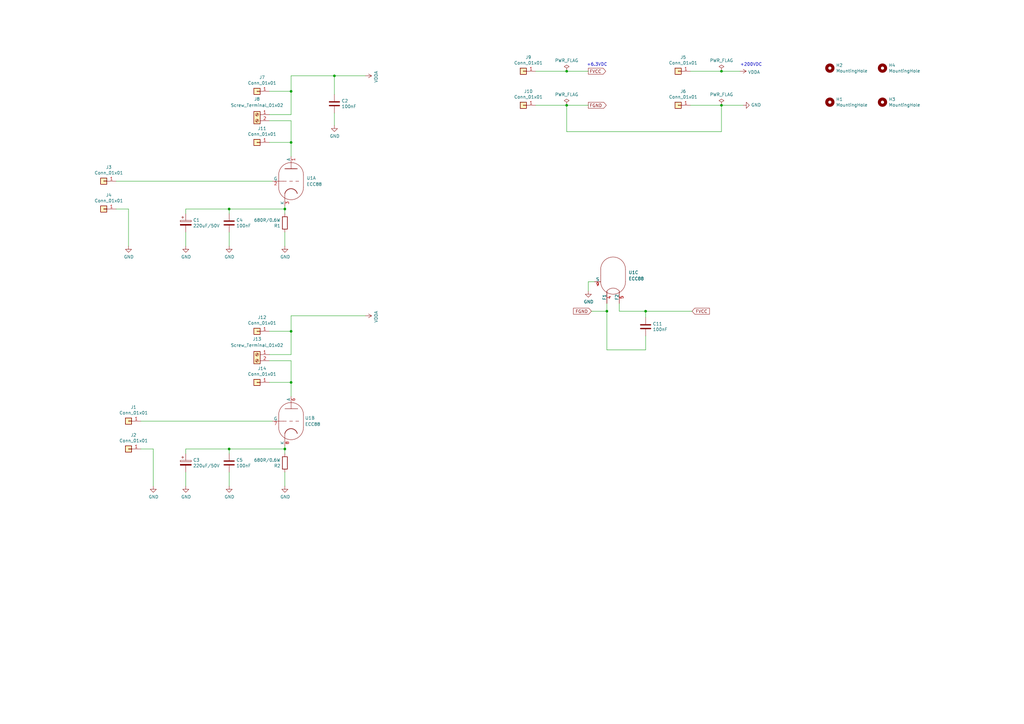
<source format=kicad_sch>
(kicad_sch (version 20211123) (generator eeschema)
  (paper "A3")
  (title_block (title "Test Setup ECC88/E88CC") (date "2022-10-02") (rev "V1"))
  (lib_symbols
    (symbol "Connector:Screw_Terminal_01x02" (pin_names (offset 1.016) hide)
      (property "Reference" "J" (at 0 2.54 0))
      (property "Value" "Screw_Terminal_01x02" (at 0 -5.08 0))
      (symbol "Screw_Terminal_01x02_1_1"
        (rectangle (start -1.27 1.27) (end 1.27 -3.81) (stroke (width 0.254)) (fill (type background)))
        (circle (center 0 -2.54) (radius 0.635) (stroke (width 0.1524)))
        (polyline (pts (xy -0.5334 -2.2098) (xy 0.3302 -3.048)) (stroke (width 0.1524)))
        (polyline (pts (xy -0.5334 0.3302) (xy 0.3302 -0.508)) (stroke (width 0.1524)))
        (polyline (pts (xy -0.3556 -2.032) (xy 0.508 -2.8702)) (stroke (width 0.1524)))
        (polyline (pts (xy -0.3556 0.508) (xy 0.508 -0.3302)) (stroke (width 0.1524)))
        (circle (center 0 0) (radius 0.635) (stroke (width 0.1524)))
        (pin passive line (at -5.08 0 0) (length 3.81) (name "Pin_1") (number "1"))
        (pin passive line (at -5.08 -2.54 0) (length 3.81) (name "Pin_2") (number "2"))
      )
    )
    (symbol "Connector_Generic:Conn_01x01" (pin_names (offset 1.016) hide)
      (property "Reference" "J" (at 0 2.54 0))
      (property "Value" "Conn_01x01" (at 0 -2.54 0))
      (symbol "Conn_01x01_1_1"
        (rectangle (start -1.27 0.127) (end 0 -0.127) (stroke (width 0.1524)))
        (rectangle (start -1.27 1.27) (end 1.27 -1.27) (stroke (width 0.254)) (fill (type background)))
        (pin passive line (at -5.08 0 0) (length 3.81) (name "Pin_1") (number "1"))
      )
    )
    (symbol "Device:C" (pin_numbers hide) (pin_names (offset 0.254))
      (property "Reference" "C" (at 0.635 2.54 0))
      (property "Value" "C" (at 0.635 -2.54 0))
      (symbol "C_0_1"
        (polyline (pts (xy -2.032 -0.762) (xy 2.032 -0.762)) (stroke (width 0.508)))
        (polyline (pts (xy -2.032 0.762) (xy 2.032 0.762)) (stroke (width 0.508)))
      )
      (symbol "C_1_1"
        (pin passive line (at 0 3.81 270) (length 2.794) (name "~") (number "1"))
        (pin passive line (at 0 -3.81 90) (length 2.794) (name "~") (number "2"))
      )
    )
    (symbol "Device:C_Polarized" (pin_numbers hide) (pin_names (offset 0.254))
      (property "Reference" "C" (at 0.635 2.54 0))
      (property "Value" "C_Polarized" (at 0.635 -2.54 0))
      (symbol "C_Polarized_0_1"
        (rectangle (start -2.286 0.508) (end 2.286 1.016))
        (polyline (pts (xy -1.778 2.286) (xy -0.762 2.286)))
        (polyline (pts (xy -1.27 2.794) (xy -1.27 1.778)))
        (rectangle (start 2.286 -0.508) (end -2.286 -1.016) (fill (type outline)))
      )
      (symbol "C_Polarized_1_1"
        (pin passive line (at 0 3.81 270) (length 2.794) (name "~") (number "1"))
        (pin passive line (at 0 -3.81 90) (length 2.794) (name "~") (number "2"))
      )
    )
    (symbol "Device:R" (pin_numbers hide) (pin_names (offset 0))
      (property "Reference" "R" (at 2.032 0 90))
      (property "Value" "R" (at 0 0 90))
      (symbol "R_0_1"
        (rectangle (start -1.016 -2.54) (end 1.016 2.54) (stroke (width 0.254)))
      )
      (symbol "R_1_1"
        (pin passive line (at 0 3.81 270) (length 1.27) (name "~") (number "1"))
        (pin passive line (at 0 -3.81 90) (length 1.27) (name "~") (number "2"))
      )
    )
    (symbol "Mechanical:MountingHole" (pin_names (offset 1.016))
      (property "Reference" "H" (at 0 5.08 0))
      (property "Value" "MountingHole" (at 0 3.175 0))
      (symbol "MountingHole_0_1"
        (circle (center 0 0) (radius 1.27) (stroke (width 1.27)))
      )
    )
    (symbol "kicad-snk:ECC88-Shield" (pin_names (offset 0))
      (property "Reference" "U" (at 4.318 7.112 0))
      (property "Value" "ECC88-Shield" (at 5.08 -7.62 0))
      (symbol "ECC88-Shield_0_1"
        (arc (start -5.08 -2.54) (mid 0 -7.62) (end 5.08 -2.54))
        (polyline (pts (xy -5.08 0) (xy -5.08 -2.54)))
        (polyline (pts (xy -5.08 2.54) (xy -5.08 0)))
        (polyline (pts (xy 5.08 2.54) (xy 5.08 -2.54)))
        (arc (start 5.08 2.54) (mid 0 7.62) (end -5.08 2.54))
      )
      (symbol "ECC88-Shield_1_0"
        (polyline (pts (xy -2.54 -5.08) (xy -2.54 -7.62)))
        (polyline (pts (xy 0 5.08) (xy 0 7.62)))
      )
      (symbol "ECC88-Shield_1_1"
        (polyline (pts (xy -5.08 0) (xy -3.175 0)))
        (polyline (pts (xy -1.905 0) (xy -3.175 0)) (stroke (width 0.1524)))
        (polyline (pts (xy -0.635 0) (xy 0.635 0)) (stroke (width 0.1524)))
        (polyline (pts (xy 1.905 0) (xy 3.175 0)) (stroke (width 0.1524)))
        (polyline (pts (xy -2.54 5.08) (xy 2.54 5.08) (xy 2.54 5.08)) (stroke (width 0.254)))
        (arc (start 2.54 -5.08) (mid 0 -3.0968) (end -2.54 -5.08) (stroke (width 0.254)))
        (pin output line (at 0 10.16 270) (length 2.54) (name "A") (number "1"))
        (pin input line (at -7.62 0 0) (length 2.54) (name "G") (number "2"))
        (pin bidirectional line (at -2.54 -10.16 90) (length 2.54) (name "K") (number "3"))
      )
      (symbol "ECC88-Shield_2_0"
        (polyline (pts (xy -5.08 0) (xy -3.175 0)))
        (polyline (pts (xy -2.54 -5.08) (xy -2.54 -7.62)))
        (polyline (pts (xy -1.905 0) (xy -3.175 0)) (stroke (width 0.1524)))
        (polyline (pts (xy -0.635 0) (xy 0.635 0)) (stroke (width 0.1524)))
        (polyline (pts (xy 0 5.08) (xy 0 7.62)))
        (polyline (pts (xy 1.905 0) (xy 3.175 0)) (stroke (width 0.1524)))
        (polyline (pts (xy 2.794 5.08) (xy -2.54 5.08) (xy -2.54 5.08)) (stroke (width 0.1524)))
      )
      (symbol "ECC88-Shield_2_1"
        (arc (start 2.54 -5.08) (mid 0 -3.0968) (end -2.54 -5.08) (stroke (width 0.254)))
        (pin output line (at 0 10.16 270) (length 2.54) (name "A") (number "6"))
        (pin input line (at -7.62 0 0) (length 2.54) (name "G") (number "7"))
        (pin bidirectional line (at -2.54 -10.16 90) (length 2.54) (name "K") (number "8"))
      )
      (symbol "ECC88-Shield_3_1"
        (arc (start 2.54 -6.35) (mid 0 -5.1292) (end -2.54 -6.35))
        (pin power_in line (at -2.54 -11.43 90) (length 5.08) (name "F1") (number "4"))
        (pin power_in line (at 2.54 -11.43 90) (length 5.08) (name "F2") (number "5"))
        (pin passive line (at -7.62 -2.54 0) (length 2.54) (name "S") (number "9"))
      )
    )
    (symbol "power:GND" (power) (pin_names (offset 0))
      (property "Value" "GND" (at 0 -3.81 0))
      (symbol "GND_0_1"
        (polyline (pts (xy 0 0) (xy 0 -1.27) (xy 1.27 -1.27) (xy 0 -2.54) (xy -1.27 -1.27) (xy 0 -1.27)))
      )
      (symbol "GND_1_1"
        (pin power_in line (at 0 0 270) (length 0) hide (name "GND") (number "1"))
      )
    )
    (symbol "power:PWR_FLAG" (power) (pin_numbers hide) (pin_names (offset 0) hide)
      (property "Value" "PWR_FLAG" (at 0 3.81 0))
      (symbol "PWR_FLAG_0_0"
        (pin power_out line (at 0 0 90) (length 0) (name "pwr") (number "1"))
      )
      (symbol "PWR_FLAG_0_1"
        (polyline (pts (xy 0 0) (xy 0 1.27) (xy -1.016 1.905) (xy 0 2.54) (xy 1.016 1.905) (xy 0 1.27)))
      )
    )
    (symbol "power:VDDA" (power) (pin_names (offset 0))
      (property "Value" "VDDA" (at 0 3.81 0))
      (symbol "VDDA_0_1"
        (polyline (pts (xy -0.762 1.27) (xy 0 2.54)))
        (polyline (pts (xy 0 0) (xy 0 2.54)))
        (polyline (pts (xy 0 2.54) (xy 0.762 1.27)))
      )
      (symbol "VDDA_1_1"
        (pin power_in line (at 0 0 90) (length 0) hide (name "VDDA") (number "1"))
      )
    )
  )
  (junction (at 248.92 127.635))
  (junction (at 295.91 43.18))
  (junction (at 119.38 156.845))
  (junction (at 264.795 127.635))
  (junction (at 137.16 31.115))
  (junction (at 232.41 43.18))
  (junction (at 295.91 29.21))
  (junction (at 119.38 37.465))
  (junction (at 119.38 135.89))
  (junction (at 93.98 184.15))
  (junction (at 116.84 184.15))
  (junction (at 119.38 58.42))
  (junction (at 232.41 29.21))
  (junction (at 93.98 85.725))
  (junction (at 116.84 85.725))
  (wire (pts (xy 93.98 193.675) (xy 93.98 199.39)))
  (wire (pts (xy 232.41 53.975) (xy 232.41 43.18)))
  (wire (pts (xy 232.41 53.975) (xy 295.91 53.975)))
  (wire (pts (xy 76.2 184.15) (xy 76.2 186.055)))
  (wire (pts (xy 137.16 31.115) (xy 149.86 31.115)))
  (wire (pts (xy 119.38 49.53) (xy 119.38 58.42)))
  (wire (pts (xy 93.98 184.15) (xy 93.98 186.055)))
  (wire (pts (xy 116.84 182.88) (xy 116.84 184.15)))
  (wire (pts (xy 137.16 51.435) (xy 137.16 46.355)))
  (wire (pts (xy 76.2 85.725) (xy 76.2 87.63)))
  (wire (pts (xy 241.3 119.38) (xy 241.3 115.57)))
  (wire (pts (xy 110.49 46.99) (xy 119.38 46.99)))
  (wire (pts (xy 119.38 135.89) (xy 119.38 145.415)))
  (wire (pts (xy 264.795 137.795) (xy 264.795 143.51)))
  (wire (pts (xy 93.98 85.725) (xy 76.2 85.725)))
  (wire (pts (xy 264.795 127.635) (xy 283.845 127.635)))
  (wire (pts (xy 219.71 43.18) (xy 232.41 43.18)))
  (wire (pts (xy 93.98 95.25) (xy 93.98 100.965)))
  (wire (pts (xy 248.92 127.635) (xy 248.92 143.51)))
  (wire (pts (xy 295.91 29.21) (xy 283.21 29.21)))
  (wire (pts (xy 62.865 199.39) (xy 62.865 184.15)))
  (wire (pts (xy 303.53 29.21) (xy 295.91 29.21)))
  (wire (pts (xy 264.795 127.635) (xy 264.795 130.175)))
  (wire (pts (xy 116.84 184.15) (xy 116.84 186.055)))
  (wire (pts (xy 52.705 85.725) (xy 47.625 85.725)))
  (wire (pts (xy 241.3 115.57) (xy 243.84 115.57)))
  (wire (pts (xy 254 127.635) (xy 254 124.46)))
  (wire (pts (xy 76.2 95.25) (xy 76.2 100.965)))
  (wire (pts (xy 110.49 156.845) (xy 119.38 156.845)))
  (wire (pts (xy 119.38 37.465) (xy 119.38 46.99)))
  (wire (pts (xy 62.865 184.15) (xy 57.785 184.15)))
  (wire (pts (xy 119.38 49.53) (xy 110.49 49.53)))
  (wire (pts (xy 57.785 172.72) (xy 111.76 172.72)))
  (wire (pts (xy 283.21 43.18) (xy 295.91 43.18)))
  (wire (pts (xy 232.41 29.21) (xy 241.3 29.21)))
  (wire (pts (xy 110.49 135.89) (xy 119.38 135.89)))
  (wire (pts (xy 47.625 74.295) (xy 111.76 74.295)))
  (wire (pts (xy 295.91 43.18) (xy 304.8 43.18)))
  (wire (pts (xy 137.16 38.735) (xy 137.16 31.115)))
  (wire (pts (xy 116.84 193.675) (xy 116.84 199.39)))
  (wire (pts (xy 52.705 100.965) (xy 52.705 85.725)))
  (wire (pts (xy 248.92 143.51) (xy 264.795 143.51)))
  (wire (pts (xy 254 127.635) (xy 264.795 127.635)))
  (wire (pts (xy 119.38 147.955) (xy 119.38 156.845)))
  (wire (pts (xy 119.38 31.115) (xy 119.38 37.465)))
  (wire (pts (xy 119.38 147.955) (xy 110.49 147.955)))
  (wire (pts (xy 232.41 29.21) (xy 219.71 29.21)))
  (wire (pts (xy 116.84 85.725) (xy 116.84 87.63)))
  (wire (pts (xy 119.38 156.845) (xy 119.38 162.56)))
  (wire (pts (xy 232.41 43.18) (xy 241.3 43.18)))
  (wire (pts (xy 116.84 184.15) (xy 93.98 184.15)))
  (wire (pts (xy 248.92 127.635) (xy 248.92 124.46)))
  (wire (pts (xy 76.2 193.675) (xy 76.2 199.39)))
  (wire (pts (xy 295.91 53.975) (xy 295.91 43.18)))
  (wire (pts (xy 116.84 85.725) (xy 93.98 85.725)))
  (wire (pts (xy 119.38 129.54) (xy 149.86 129.54)))
  (wire (pts (xy 110.49 145.415) (xy 119.38 145.415)))
  (wire (pts (xy 93.98 85.725) (xy 93.98 87.63)))
  (wire (pts (xy 110.49 37.465) (xy 119.38 37.465)))
  (wire (pts (xy 242.57 127.635) (xy 248.92 127.635)))
  (wire (pts (xy 116.84 95.25) (xy 116.84 100.965)))
  (wire (pts (xy 116.84 84.455) (xy 116.84 85.725)))
  (wire (pts (xy 119.38 58.42) (xy 119.38 64.135)))
  (wire (pts (xy 119.38 31.115) (xy 137.16 31.115)))
  (wire (pts (xy 93.98 184.15) (xy 76.2 184.15)))
  (wire (pts (xy 119.38 129.54) (xy 119.38 135.89)))
  (wire (pts (xy 110.49 58.42) (xy 119.38 58.42)))
  (text "+6.3VDC" (at 240.665 27.305 0) (effects (font (size 1.27 1.27)) (justify left bottom)))
  (text "+200VDC" (at 303.53 27.305 0) (effects (font (size 1.27 1.27)) (justify left bottom)))
  (global_label "FGND" (shape output) (at 241.3 43.18 0) (property "Intersheet References" "${INTERSHEET_REFS}" (effects hide)))
  (global_label "FVCC" (shape output) (at 241.3 29.21 0) (property "Intersheet References" "${INTERSHEET_REFS}" (effects hide)))
  (global_label "FGND" (shape input) (at 242.57 127.635 180) (property "Intersheet References" "${INTERSHEET_REFS}" (effects hide)))
  (global_label "FVCC" (shape input) (at 283.845 127.635 0) (property "Intersheet References" "${INTERSHEET_REFS}" (effects hide)))
  (symbol (lib_id "Connector_Generic:Conn_01x01") (at 42.545 74.295 180) (unit 1)
    (property "Reference" "J3" (at 44.6278 68.58 0))
    (property "Value" "Conn_01x01" (at 44.6278 70.8914 0))
    (property "Footprint" "Connector_Pin:Pin_D1.0mm_L10.0mm" (effects hide))
  )
  (symbol (lib_id "Connector_Generic:Conn_01x01") (at 42.545 85.725 180) (unit 1)
    (property "Reference" "J4" (at 44.6278 80.01 0))
    (property "Value" "Conn_01x01" (at 44.6278 82.3214 0))
    (property "Footprint" "Connector_Pin:Pin_D1.0mm_L10.0mm" (effects hide))
  )
  (symbol (lib_id "Connector_Generic:Conn_01x01") (at 278.13 29.21 180) (unit 1)
    (property "Reference" "J5" (at 280.2128 23.495 0))
    (property "Value" "Conn_01x01" (at 280.2128 25.8064 0))
    (property "Footprint" "Connector_Pin:Pin_D1.3mm_L11.0mm" (effects hide))
  )
  (symbol (lib_id "Connector_Generic:Conn_01x01") (at 278.13 43.18 180) (unit 1)
    (property "Reference" "J6" (at 280.2128 37.465 0))
    (property "Value" "Conn_01x01" (at 280.2128 39.7764 0))
    (property "Footprint" "Connector_Pin:Pin_D1.3mm_L11.0mm" (effects hide))
  )
  (symbol (lib_id "Mechanical:MountingHole") (at 340.36 27.94 0) (unit 1)
    (property "Reference" "H2" (at 342.9 26.7716 0) (effects (justify left)))
    (property "Value" "MountingHole" (at 342.9 29.083 0) (effects (justify left)))
    (property "Footprint" "MountingHole:MountingHole_3.2mm_M3" (effects hide))
  )
  (symbol (lib_id "Mechanical:MountingHole") (at 361.95 27.94 0) (unit 1)
    (property "Reference" "H4" (at 364.49 26.7716 0) (effects (justify left)))
    (property "Value" "MountingHole" (at 364.49 29.083 0) (effects (justify left)))
    (property "Footprint" "MountingHole:MountingHole_3.2mm_M3" (effects hide))
  )
  (symbol (lib_id "Mechanical:MountingHole") (at 340.36 41.91 0) (unit 1)
    (property "Reference" "H1" (at 342.9 40.7416 0) (effects (justify left)))
    (property "Value" "MountingHole" (at 342.9 43.053 0) (effects (justify left)))
    (property "Footprint" "MountingHole:MountingHole_3.2mm_M3" (effects hide))
  )
  (symbol (lib_id "Mechanical:MountingHole") (at 361.95 41.91 0) (unit 1)
    (property "Reference" "H3" (at 364.49 40.7416 0) (effects (justify left)))
    (property "Value" "MountingHole" (at 364.49 43.053 0) (effects (justify left)))
    (property "Footprint" "MountingHole:MountingHole_3.2mm_M3" (effects hide))
  )
  (symbol (lib_id "power:PWR_FLAG") (at 295.91 29.21 0) (unit 1)
    (property "Reference" "#FLG04" (effects hide))
    (property "Value" "PWR_FLAG" (at 295.91 24.8158 0))
  )
  (symbol (lib_id "power:GND") (at 304.8 43.18 90) (unit 1)
    (property "Reference" "#PWR05" (effects hide))
    (property "Value" "GND" (at 308.0512 43.053 90) (effects (justify right)))
  )
  (symbol (lib_id "power:PWR_FLAG") (at 295.91 43.18 0) (unit 1)
    (property "Reference" "#FLG03" (effects hide))
    (property "Value" "PWR_FLAG" (at 295.91 38.7858 0))
  )
  (symbol (lib_id "power:VDDA") (at 303.53 29.21 270) (unit 1)
    (property "Reference" "#PWR07" (effects hide))
    (property "Value" "VDDA" (at 306.7812 29.591 90) (effects (justify left)))
  )
  (symbol (lib_id "Device:C") (at 137.16 42.545 0) (unit 1)
    (property "Reference" "C2" (at 140.081 41.3766 0) (effects (justify left)))
    (property "Value" "100nF" (at 140.081 43.688 0) (effects (justify left)))
    (property "Footprint" "Capacitor_THT:C_Rect_L16.5mm_W5.0mm_P15.00mm_MKT" (effects hide))
  )
  (symbol (lib_id "power:GND") (at 137.16 51.435 0) (unit 1)
    (property "Reference" "#PWR011" (effects hide))
    (property "Value" "GND" (at 137.287 55.8292 0))
  )
  (symbol (lib_id "power:GND") (at 52.705 100.965 0) (unit 1)
    (property "Reference" "#PWR03" (effects hide))
    (property "Value" "GND" (at 52.832 105.3592 0))
  )
  (symbol (lib_id "power:VDDA") (at 149.86 31.115 270) (unit 1)
    (property "Reference" "#PWR013" (effects hide))
    (property "Value" "VDDA" (at 154.2542 31.496 0))
  )
  (symbol (lib_id "Connector_Generic:Conn_01x01") (at 214.63 29.21 180) (unit 1)
    (property "Reference" "J9" (at 216.7128 23.495 0))
    (property "Value" "Conn_01x01" (at 216.7128 25.8064 0))
    (property "Footprint" "Connector_Pin:Pin_D1.3mm_L11.0mm" (effects hide))
  )
  (symbol (lib_id "Connector_Generic:Conn_01x01") (at 214.63 43.18 180) (unit 1)
    (property "Reference" "J10" (at 216.7128 37.465 0))
    (property "Value" "Conn_01x01" (at 216.7128 39.7764 0))
    (property "Footprint" "Connector_Pin:Pin_D1.3mm_L11.0mm" (effects hide))
  )
  (symbol (lib_id "power:PWR_FLAG") (at 232.41 29.21 0) (unit 1)
    (property "Reference" "#FLG01" (effects hide))
    (property "Value" "PWR_FLAG" (at 232.41 24.8158 0))
  )
  (symbol (lib_id "power:PWR_FLAG") (at 232.41 43.18 0) (unit 1)
    (property "Reference" "#FLG02" (effects hide))
    (property "Value" "PWR_FLAG" (at 232.41 38.7858 0))
  )
  (symbol (lib_id "Device:C") (at 264.795 133.985 0) (unit 1)
    (property "Reference" "C11" (at 267.716 132.8166 0) (effects (justify left)))
    (property "Value" "100nF" (at 267.716 135.128 0) (effects (justify left)))
    (property "Footprint" "Capacitor_THT:C_Rect_L7.2mm_W2.5mm_P5.00mm_FKS2_FKP2_MKS2_MKP2" (effects hide))
  )
  (symbol (lib_id "power:GND") (at 62.865 199.39 0) (unit 1)
    (property "Reference" "#PWR0107" (effects hide))
    (property "Value" "GND" (at 62.992 203.7842 0))
  )
  (symbol (lib_id "Device:C_Polarized") (at 76.2 91.44 0) (unit 1)
    (property "Reference" "C1" (at 79.1972 90.2716 0) (effects (justify left)))
    (property "Value" "220uF/50V" (at 79.1972 92.583 0) (effects (justify left)))
    (property "Footprint" "Capacitor_THT:CP_Radial_D8.0mm_P3.50mm" (effects hide))
  )
  (symbol (lib_id "Connector:Screw_Terminal_01x02") (at 105.41 46.99 0) (mirror y) (unit 1)
    (property "Reference" "J8" (at 105.41 40.64 0))
    (property "Value" "Screw_Terminal_01x02" (at 105.41 43.18 0))
    (property "Footprint" "TerminalBlock_RND:TerminalBlock_RND_205-00012_1x02_P5.00mm_Horizontal" (effects hide))
  )
  (symbol (lib_id "Device:C") (at 93.98 189.865 0) (unit 1)
    (property "Reference" "C5" (at 96.901 188.6966 0) (effects (justify left)))
    (property "Value" "100nF" (at 96.901 191.008 0) (effects (justify left)))
    (property "Footprint" "Capacitor_THT:C_Rect_L7.2mm_W2.5mm_P5.00mm_FKS2_FKP2_MKS2_MKP2" (effects hide))
  )
  (symbol (lib_id "kicad-snk:ECC88-Shield") (at 119.38 74.295 0) (unit 1)
    (property "Reference" "U1" (at 125.73 73.0249 0) (effects (justify left)))
    (property "Value" "ECC88" (at 125.73 75.5649 0) (effects (justify left)))
    (property "Footprint" "w_vacuum:socket_gzc9-b" (effects hide))
    (property "Datasheet" "http://www.r-type.org/pdfs/ecc88.pdf" (effects hide))
  )
  (symbol (lib_id "power:GND") (at 241.3 119.38 0) (unit 1)
    (property "Reference" "#PWR0109" (effects hide))
    (property "Value" "GND" (at 241.427 123.7742 0))
  )
  (symbol (lib_id "power:GND") (at 76.2 100.965 0) (unit 1)
    (property "Reference" "#PWR0103" (effects hide))
    (property "Value" "GND" (at 76.327 105.3592 0))
  )
  (symbol (lib_id "power:GND") (at 93.98 100.965 0) (unit 1)
    (property "Reference" "#PWR0104" (effects hide))
    (property "Value" "GND" (at 94.107 105.3592 0))
  )
  (symbol (lib_id "kicad-snk:ECC88-Shield") (at 119.38 172.72 0) (unit 2)
    (property "Reference" "U1" (at 125.095 171.4499 0) (effects (justify left)))
    (property "Value" "ECC88" (at 125.095 173.9899 0) (effects (justify left)))
    (property "Footprint" "w_vacuum:socket_gzc9-b" (effects hide))
    (property "Datasheet" "http://www.r-type.org/pdfs/ecc88.pdf" (effects hide))
  )
  (symbol (lib_id "Connector_Generic:Conn_01x01") (at 105.41 135.89 180) (unit 1)
    (property "Reference" "J12" (at 107.4928 130.175 0))
    (property "Value" "Conn_01x01" (at 107.4928 132.4864 0))
    (property "Footprint" "Connector_Pin:Pin_D1.0mm_L10.0mm" (effects hide))
  )
  (symbol (lib_id "power:GND") (at 116.84 199.39 0) (unit 1)
    (property "Reference" "#PWR0106" (effects hide))
    (property "Value" "GND" (at 116.967 203.7842 0))
  )
  (symbol (lib_id "Device:R") (at 116.84 189.865 180) (unit 1)
    (property "Reference" "R2" (at 115.062 191.0334 0) (effects (justify left)))
    (property "Value" "680R/0.6W" (at 115.062 188.722 0) (effects (justify left)))
    (property "Footprint" "Resistor_THT:R_Axial_DIN0207_L6.3mm_D2.5mm_P10.16mm_Horizontal" (effects hide))
  )
  (symbol (lib_id "Device:R") (at 116.84 91.44 180) (unit 1)
    (property "Reference" "R1" (at 115.062 92.6084 0) (effects (justify left)))
    (property "Value" "680R/0.6W" (at 115.062 90.297 0) (effects (justify left)))
    (property "Footprint" "Resistor_THT:R_Axial_DIN0207_L6.3mm_D2.5mm_P10.16mm_Horizontal" (effects hide))
  )
  (symbol (lib_id "kicad-snk:ECC88-Shield") (at 251.46 113.03 0) (unit 3)
    (property "Reference" "U1" (at 257.81 111.7599 0) (effects (justify left)))
    (property "Value" "ECC88" (at 257.81 114.2999 0) (effects (justify left)))
    (property "Footprint" "w_vacuum:socket_gzc9-b" (effects hide))
    (property "Datasheet" "http://www.r-type.org/pdfs/ecc88.pdf" (effects hide))
  )
  (symbol (lib_id "Connector_Generic:Conn_01x01") (at 52.705 172.72 180) (unit 1)
    (property "Reference" "J1" (at 54.7878 167.005 0))
    (property "Value" "Conn_01x01" (at 54.7878 169.3164 0))
    (property "Footprint" "Connector_Pin:Pin_D1.0mm_L10.0mm" (effects hide))
  )
  (symbol (lib_id "Connector_Generic:Conn_01x01") (at 105.41 156.845 180) (unit 1)
    (property "Reference" "J14" (at 107.4928 151.13 0))
    (property "Value" "Conn_01x01" (at 107.4928 153.4414 0))
    (property "Footprint" "Connector_Pin:Pin_D1.0mm_L10.0mm" (effects hide))
  )
  (symbol (lib_id "Connector_Generic:Conn_01x01") (at 52.705 184.15 180) (unit 1)
    (property "Reference" "J2" (at 54.7878 178.435 0))
    (property "Value" "Conn_01x01" (at 54.7878 180.7464 0))
    (property "Footprint" "Connector_Pin:Pin_D1.0mm_L10.0mm" (effects hide))
  )
  (symbol (lib_id "Device:C_Polarized") (at 76.2 189.865 0) (unit 1)
    (property "Reference" "C3" (at 79.1972 188.6966 0) (effects (justify left)))
    (property "Value" "220uF/50V" (at 79.1972 191.008 0) (effects (justify left)))
    (property "Footprint" "Capacitor_THT:CP_Radial_D8.0mm_P3.50mm" (effects hide))
  )
  (symbol (lib_id "power:GND") (at 93.98 199.39 0) (unit 1)
    (property "Reference" "#PWR0110" (effects hide))
    (property "Value" "GND" (at 94.107 203.7842 0))
  )
  (symbol (lib_id "power:VDDA") (at 149.86 129.54 270) (unit 1)
    (property "Reference" "#PWR0102" (effects hide))
    (property "Value" "VDDA" (at 154.2542 129.921 0))
  )
  (symbol (lib_id "Connector:Screw_Terminal_01x02") (at 105.41 145.415 0) (mirror y) (unit 1)
    (property "Reference" "J13" (at 105.41 139.065 0))
    (property "Value" "Screw_Terminal_01x02" (at 105.41 141.605 0))
    (property "Footprint" "TerminalBlock_RND:TerminalBlock_RND_205-00012_1x02_P5.00mm_Horizontal" (effects hide))
  )
  (symbol (lib_id "power:GND") (at 76.2 199.39 0) (unit 1)
    (property "Reference" "#PWR0108" (effects hide))
    (property "Value" "GND" (at 76.327 203.7842 0))
  )
  (symbol (lib_id "Device:C") (at 93.98 91.44 0) (unit 1)
    (property "Reference" "C4" (at 96.901 90.2716 0) (effects (justify left)))
    (property "Value" "100nF" (at 96.901 92.583 0) (effects (justify left)))
    (property "Footprint" "Capacitor_THT:C_Rect_L7.2mm_W2.5mm_P5.00mm_FKS2_FKP2_MKS2_MKP2" (effects hide))
  )
  (symbol (lib_id "Connector_Generic:Conn_01x01") (at 105.41 58.42 180) (unit 1)
    (property "Reference" "J11" (at 107.4928 52.705 0))
    (property "Value" "Conn_01x01" (at 107.4928 55.0164 0))
    (property "Footprint" "Connector_Pin:Pin_D1.0mm_L10.0mm" (effects hide))
  )
  (symbol (lib_id "Connector_Generic:Conn_01x01") (at 105.41 37.465 180) (unit 1)
    (property "Reference" "J7" (at 107.4928 31.75 0))
    (property "Value" "Conn_01x01" (at 107.4928 34.0614 0))
    (property "Footprint" "Connector_Pin:Pin_D1.0mm_L10.0mm" (effects hide))
  )
  (symbol (lib_id "power:GND") (at 116.84 100.965 0) (unit 1)
    (property "Reference" "#PWR0105" (effects hide))
    (property "Value" "GND" (at 116.967 105.3592 0))
  )
)
</source>
